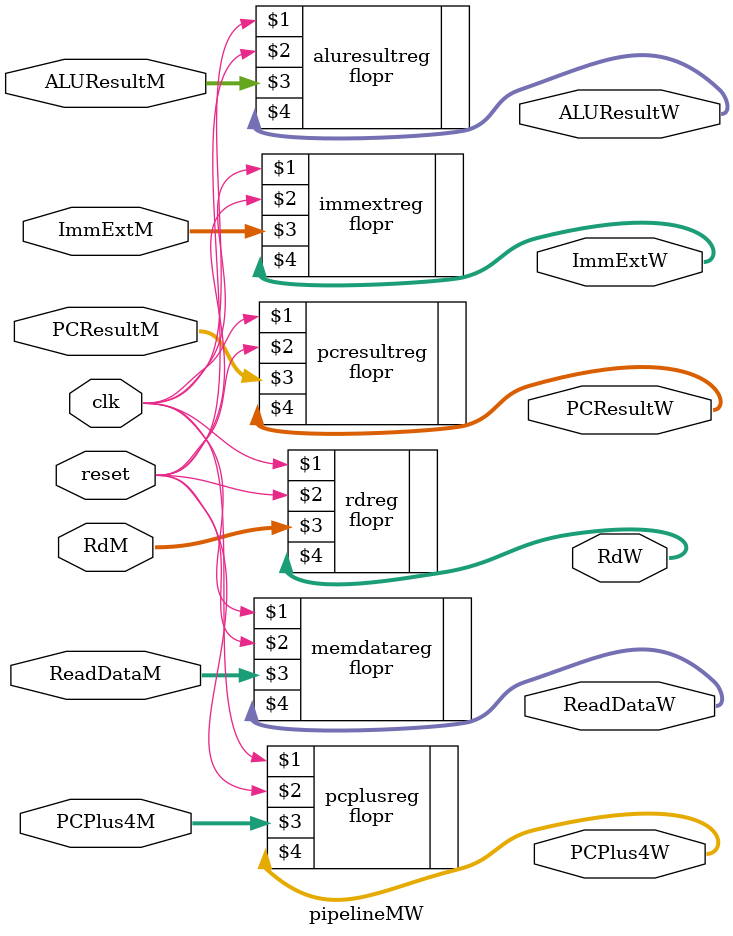
<source format=v>
module pipelineMW(
	input clk,
	input reset,
	
	// inputs
	input [31:0] ALUResultM,
	input [31:0] ReadDataM,
	input [31:0] ImmExtM,
	input [4:0] RdM,
	input [31:0] PCResultM,
	input [31:0] PCPlus4M,

	// outputs
	output [31:0] ALUResultW,
	output [31:0] ReadDataW,
	output [31:0] ImmExtW,
	output [4:0] RdW,
	output [31:0] PCResultW,
	output [31:0] PCPlus4W
);

flopr #(32) aluresultreg(
	clk,
	reset,
	ALUResultM,
	ALUResultW
);

flopr #(32) memdatareg(
	clk,
	reset,
	ReadDataM,
	ReadDataW
);

flopr #(32) immextreg(
	clk,
	reset,
	ImmExtM,
	ImmExtW
);

flopr #(5) rdreg(
	clk,
	reset,
	RdM,
	RdW
);

flopr #(32) pcresultreg(
	clk,
	reset,
	PCResultM,
	PCResultW
);

flopr #(32) pcplusreg(
	clk,
	reset,
	PCPlus4M,
	PCPlus4W
);

endmodule

</source>
